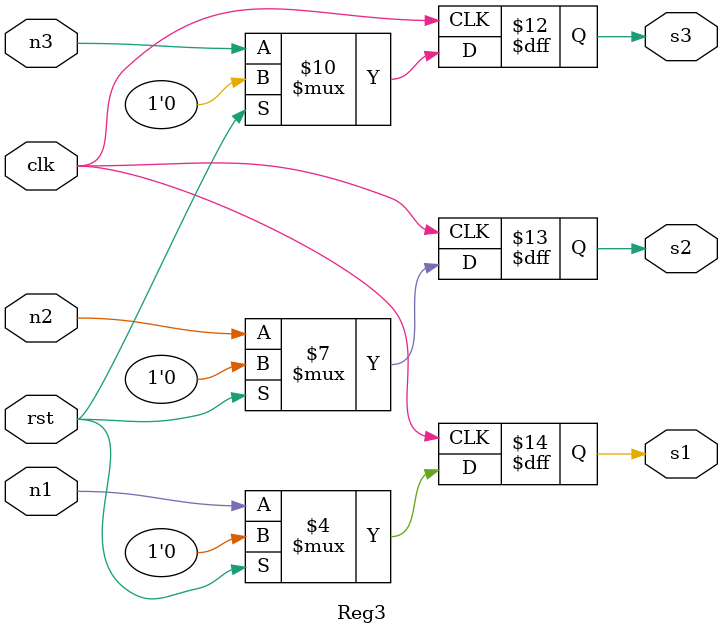
<source format=v>
module Reg3(s3, s2, s1, n3, n2, n1, clk, rst);

  input rst, clk, n3, n2, n1;
  output reg s3, s2, s1;

  // Set initial state
  initial begin
    s3 = 0;
    s2 = 0;
    s1 = 0;
  end

  always @(posedge clk)
    if(rst)
      begin
        s3 = 0;
        s2 = 0;
        s1 = 0;
      end
    else
      begin
        s3 = n3;
        s2 = n2;
        s1 = n1;
      end

endmodule

</source>
